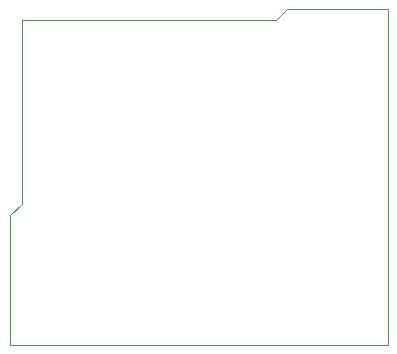
<source format=gm1>
%TF.GenerationSoftware,KiCad,Pcbnew,9.0.5-9.0.5~ubuntu24.04.1*%
%TF.CreationDate,2025-10-25T11:16:37+03:00*%
%TF.ProjectId,Blood pressure sensor,426c6f6f-6420-4707-9265-737375726520,rev?*%
%TF.SameCoordinates,Original*%
%TF.FileFunction,Profile,NP*%
%FSLAX46Y46*%
G04 Gerber Fmt 4.6, Leading zero omitted, Abs format (unit mm)*
G04 Created by KiCad (PCBNEW 9.0.5-9.0.5~ubuntu24.04.1) date 2025-10-25 11:16:37*
%MOMM*%
%LPD*%
G01*
G04 APERTURE LIST*
%TA.AperFunction,Profile*%
%ADD10C,0.050000*%
%TD*%
G04 APERTURE END LIST*
D10*
X143000000Y-103000000D02*
X111000000Y-103000000D01*
X111000000Y-92000000D01*
X112000000Y-91000000D01*
X112000000Y-75500000D01*
X133500000Y-75500000D01*
X134500000Y-74500000D01*
X143000000Y-74500000D01*
X143000000Y-103000000D01*
M02*

</source>
